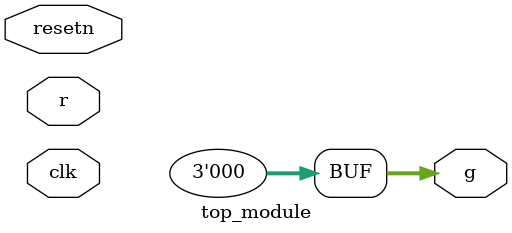
<source format=sv>
module top_module (
	input clk,
	input resetn,
	input [3:1] r,
	output [3:1] g
);
	parameter A = 2'b00;
	parameter B = 2'b01;
	parameter C = 2'b10;
	parameter D = 2'b11;

	reg [1:0] state, next_state;
	wire g1, g2, g3;

	always @(posedge clk or negedge resetn) begin
		if (!resetn)
			state <= A;
		else
			state <= next_state;
	end

	always @(state or r) begin
		g[1] = 0;
		g[2] = 0;
		g[3] = 0;
		case(state)
			A: begin
				if (r[1] && !r[2] && !r[3])
					next_state = A;
				else if (r[1] && !r[2] && !r[3])
					next_state = B;
				else if (!r[1] && r[2] && !r[3])
					next_state = C;
				else if (!r[1] && !r[2] && !r[3])
					next_state = D;
			end
			B: begin
				if (g1 && r[1])
					next_state = B;
				else if (g1 && !r[1])
					next_state = A;
			end
			C: begin
				if (g2 && r[2])
					next_state = C;
				else if (g2 && !r[2])
					next_state = A;
			end
		endcase
	end

	assign g[1] = (state == B);
	assign g[2] = (state == C);
	assign g[3] = ((state == A) && !r[1] && !r[2] && r[3]);

endmodule

</source>
